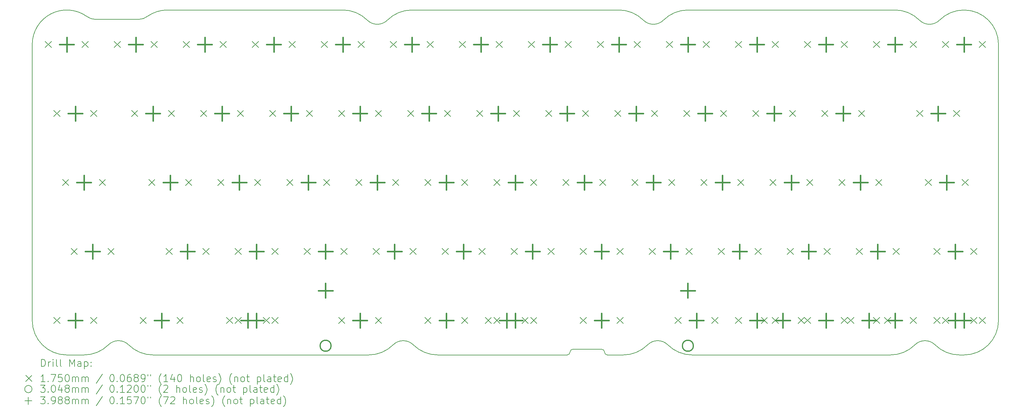
<source format=gbr>
%FSLAX45Y45*%
G04 Gerber Fmt 4.5, Leading zero omitted, Abs format (unit mm)*
G04 Created by KiCad (PCBNEW (6.0.5)) date 2022-07-14 23:35:50*
%MOMM*%
%LPD*%
G01*
G04 APERTURE LIST*
%TA.AperFunction,Profile*%
%ADD10C,0.150000*%
%TD*%
%ADD11C,0.200000*%
%ADD12C,0.175000*%
%ADD13C,0.304800*%
%ADD14C,0.398780*%
G04 APERTURE END LIST*
D10*
X17303750Y-13652500D02*
G75*
G03*
X17383125Y-13731875I79375J0D01*
G01*
X17303750Y-13652500D02*
G75*
G03*
X17224375Y-13573125I-79375J0D01*
G01*
X16271875Y-13731875D02*
G75*
G03*
X16351250Y-13652500I0J79375D01*
G01*
X16430625Y-13573125D02*
G75*
G03*
X16351250Y-13652500I0J-79375D01*
G01*
X17819688Y-13731875D02*
G75*
G03*
X18493207Y-13452894I0J952500D01*
G01*
X19051168Y-13452894D02*
G75*
G03*
X19724688Y-13731875I673519J673519D01*
G01*
X19051168Y-13452894D02*
G75*
G03*
X18772188Y-13337337I-278981J-278981D01*
G01*
X18772188Y-13337337D02*
G75*
G03*
X18493207Y-13452894I0J-394538D01*
G01*
X25196800Y-13731875D02*
G75*
G03*
X25870319Y-13452894I0J952500D01*
G01*
X26428281Y-13452894D02*
G75*
G03*
X27101800Y-13731875I673519J673519D01*
G01*
X26428281Y-13452894D02*
G75*
G03*
X26149300Y-13337337I-278981J-278981D01*
G01*
X26149300Y-13337337D02*
G75*
G03*
X25870319Y-13452894I0J-394538D01*
G01*
X18374144Y-4485856D02*
G75*
G03*
X18653125Y-4601413I278981J278981D01*
G01*
X18374144Y-4485856D02*
G75*
G03*
X17700625Y-4206875I-673519J-673519D01*
G01*
X18653125Y-4601413D02*
G75*
G03*
X18932106Y-4485856I0J394538D01*
G01*
X19605625Y-4206875D02*
G75*
G03*
X18932106Y-4485856I0J-952500D01*
G01*
X11985625Y-4206875D02*
G75*
G03*
X11312106Y-4485856I0J-952500D01*
G01*
X10754144Y-4485856D02*
G75*
G03*
X10080625Y-4206875I-673519J-673519D01*
G01*
X10754144Y-4485856D02*
G75*
G03*
X11033125Y-4601413I278981J278981D01*
G01*
X11033125Y-4601413D02*
G75*
G03*
X11312106Y-4485856I0J394538D01*
G01*
X28178125Y-5159375D02*
G75*
G03*
X27225625Y-4206875I-952500J0D01*
G01*
X27225625Y-4206875D02*
G75*
G03*
X26552106Y-4485856I0J-952500D01*
G01*
X25994144Y-4485856D02*
G75*
G03*
X25320625Y-4206875I-673519J-673519D01*
G01*
X25994144Y-4485856D02*
G75*
G03*
X26273125Y-4601413I278981J278981D01*
G01*
X26273125Y-4601413D02*
G75*
G03*
X26552106Y-4485856I0J394538D01*
G01*
X10795000Y-13731875D02*
G75*
G03*
X11468519Y-13452894I0J952500D01*
G01*
X12026481Y-13452894D02*
G75*
G03*
X12700000Y-13731875I673519J673519D01*
G01*
X12026481Y-13452894D02*
G75*
G03*
X11747500Y-13337337I-278981J-278981D01*
G01*
X11747500Y-13337337D02*
G75*
G03*
X11468519Y-13452894I0J-394538D01*
G01*
X4168356Y-13452894D02*
G75*
G03*
X4841875Y-13731875I673519J673519D01*
G01*
X4168356Y-13452894D02*
G75*
G03*
X3889375Y-13337337I-278981J-278981D01*
G01*
X3889375Y-13337337D02*
G75*
G03*
X3610394Y-13452894I0J-394538D01*
G01*
X2936875Y-13731875D02*
G75*
G03*
X3610394Y-13452894I0J952500D01*
G01*
X2460625Y-13731875D02*
X2936875Y-13731875D01*
X4841875Y-13731875D02*
X10795000Y-13731875D01*
X3006848Y-4379057D02*
G75*
G03*
X1508125Y-5159375I-546257J-780252D01*
G01*
X4444619Y-4466050D02*
X3254774Y-4466024D01*
X25320625Y-4206875D02*
X19605625Y-4206875D01*
X16430625Y-13573125D02*
X17224375Y-13573125D01*
X10080625Y-4206875D02*
X5238750Y-4206875D01*
X17383125Y-13731875D02*
X17819688Y-13731875D01*
X1508125Y-12779375D02*
X1508125Y-5159375D01*
X27101800Y-13731875D02*
X27225625Y-13731875D01*
X5238750Y-4206875D02*
G75*
G03*
X4692545Y-4379083I-12J-952287D01*
G01*
X28178125Y-12779375D02*
X28178125Y-5159375D01*
X27225625Y-13731875D02*
G75*
G03*
X28178125Y-12779375I0J952500D01*
G01*
X4444619Y-4466050D02*
G75*
G03*
X4692545Y-4379083I137J396485D01*
G01*
X17700625Y-4206875D02*
X11985625Y-4206875D01*
X19724688Y-13731875D02*
X25196800Y-13731875D01*
X1508125Y-12779375D02*
G75*
G03*
X2460625Y-13731875I952500J0D01*
G01*
X3006848Y-4379057D02*
G75*
G03*
X3254774Y-4466024I247782J309497D01*
G01*
X12700000Y-13731875D02*
X16271875Y-13731875D01*
D11*
D12*
X1865125Y-5071875D02*
X2040125Y-5246875D01*
X2040125Y-5071875D02*
X1865125Y-5246875D01*
X2103250Y-6976875D02*
X2278250Y-7151875D01*
X2278250Y-6976875D02*
X2103250Y-7151875D01*
X2103250Y-12691875D02*
X2278250Y-12866875D01*
X2278250Y-12691875D02*
X2103250Y-12866875D01*
X2341375Y-8881875D02*
X2516375Y-9056875D01*
X2516375Y-8881875D02*
X2341375Y-9056875D01*
X2579500Y-10786875D02*
X2754500Y-10961875D01*
X2754500Y-10786875D02*
X2579500Y-10961875D01*
X2881125Y-5071875D02*
X3056125Y-5246875D01*
X3056125Y-5071875D02*
X2881125Y-5246875D01*
X3119250Y-6976875D02*
X3294250Y-7151875D01*
X3294250Y-6976875D02*
X3119250Y-7151875D01*
X3119250Y-12691875D02*
X3294250Y-12866875D01*
X3294250Y-12691875D02*
X3119250Y-12866875D01*
X3357375Y-8881875D02*
X3532375Y-9056875D01*
X3532375Y-8881875D02*
X3357375Y-9056875D01*
X3595500Y-10786875D02*
X3770500Y-10961875D01*
X3770500Y-10786875D02*
X3595500Y-10961875D01*
X3770125Y-5071875D02*
X3945125Y-5246875D01*
X3945125Y-5071875D02*
X3770125Y-5246875D01*
X4246375Y-6976875D02*
X4421375Y-7151875D01*
X4421375Y-6976875D02*
X4246375Y-7151875D01*
X4484500Y-12691875D02*
X4659500Y-12866875D01*
X4659500Y-12691875D02*
X4484500Y-12866875D01*
X4722625Y-8881875D02*
X4897625Y-9056875D01*
X4897625Y-8881875D02*
X4722625Y-9056875D01*
X4786125Y-5071875D02*
X4961125Y-5246875D01*
X4961125Y-5071875D02*
X4786125Y-5246875D01*
X5198875Y-10786875D02*
X5373875Y-10961875D01*
X5373875Y-10786875D02*
X5198875Y-10961875D01*
X5262375Y-6976875D02*
X5437375Y-7151875D01*
X5437375Y-6976875D02*
X5262375Y-7151875D01*
X5500500Y-12691875D02*
X5675500Y-12866875D01*
X5675500Y-12691875D02*
X5500500Y-12866875D01*
X5675125Y-5071875D02*
X5850125Y-5246875D01*
X5850125Y-5071875D02*
X5675125Y-5246875D01*
X5738625Y-8881875D02*
X5913625Y-9056875D01*
X5913625Y-8881875D02*
X5738625Y-9056875D01*
X6151375Y-6976875D02*
X6326375Y-7151875D01*
X6326375Y-6976875D02*
X6151375Y-7151875D01*
X6214875Y-10786875D02*
X6389875Y-10961875D01*
X6389875Y-10786875D02*
X6214875Y-10961875D01*
X6627625Y-8881875D02*
X6802625Y-9056875D01*
X6802625Y-8881875D02*
X6627625Y-9056875D01*
X6691125Y-5071875D02*
X6866125Y-5246875D01*
X6866125Y-5071875D02*
X6691125Y-5246875D01*
X6865690Y-12691815D02*
X7040690Y-12866815D01*
X7040690Y-12691815D02*
X6865690Y-12866815D01*
X7103875Y-10786875D02*
X7278875Y-10961875D01*
X7278875Y-10786875D02*
X7103875Y-10961875D01*
X7103875Y-12691875D02*
X7278875Y-12866875D01*
X7278875Y-12691875D02*
X7103875Y-12866875D01*
X7167375Y-6976875D02*
X7342375Y-7151875D01*
X7342375Y-6976875D02*
X7167375Y-7151875D01*
X7580125Y-5071875D02*
X7755125Y-5246875D01*
X7755125Y-5071875D02*
X7580125Y-5246875D01*
X7643625Y-8881875D02*
X7818625Y-9056875D01*
X7818625Y-8881875D02*
X7643625Y-9056875D01*
X7881690Y-12691815D02*
X8056690Y-12866815D01*
X8056690Y-12691815D02*
X7881690Y-12866815D01*
X8056375Y-6976875D02*
X8231375Y-7151875D01*
X8231375Y-6976875D02*
X8056375Y-7151875D01*
X8119875Y-10786875D02*
X8294875Y-10961875D01*
X8294875Y-10786875D02*
X8119875Y-10961875D01*
X8119875Y-12691875D02*
X8294875Y-12866875D01*
X8294875Y-12691875D02*
X8119875Y-12866875D01*
X8532625Y-8881875D02*
X8707625Y-9056875D01*
X8707625Y-8881875D02*
X8532625Y-9056875D01*
X8596125Y-5071875D02*
X8771125Y-5246875D01*
X8771125Y-5071875D02*
X8596125Y-5246875D01*
X9008875Y-10786875D02*
X9183875Y-10961875D01*
X9183875Y-10786875D02*
X9008875Y-10961875D01*
X9072375Y-6976875D02*
X9247375Y-7151875D01*
X9247375Y-6976875D02*
X9072375Y-7151875D01*
X9485125Y-5071875D02*
X9660125Y-5246875D01*
X9660125Y-5071875D02*
X9485125Y-5246875D01*
X9548625Y-8881875D02*
X9723625Y-9056875D01*
X9723625Y-8881875D02*
X9548625Y-9056875D01*
X9961375Y-6976875D02*
X10136375Y-7151875D01*
X10136375Y-6976875D02*
X9961375Y-7151875D01*
X9961375Y-12691875D02*
X10136375Y-12866875D01*
X10136375Y-12691875D02*
X9961375Y-12866875D01*
X10024875Y-10786875D02*
X10199875Y-10961875D01*
X10199875Y-10786875D02*
X10024875Y-10961875D01*
X10437625Y-8881875D02*
X10612625Y-9056875D01*
X10612625Y-8881875D02*
X10437625Y-9056875D01*
X10501125Y-5071875D02*
X10676125Y-5246875D01*
X10676125Y-5071875D02*
X10501125Y-5246875D01*
X10913875Y-10786875D02*
X11088875Y-10961875D01*
X11088875Y-10786875D02*
X10913875Y-10961875D01*
X10977375Y-6976875D02*
X11152375Y-7151875D01*
X11152375Y-6976875D02*
X10977375Y-7151875D01*
X10977375Y-12691875D02*
X11152375Y-12866875D01*
X11152375Y-12691875D02*
X10977375Y-12866875D01*
X11390125Y-5071875D02*
X11565125Y-5246875D01*
X11565125Y-5071875D02*
X11390125Y-5246875D01*
X11453625Y-8881875D02*
X11628625Y-9056875D01*
X11628625Y-8881875D02*
X11453625Y-9056875D01*
X11866375Y-6976875D02*
X12041375Y-7151875D01*
X12041375Y-6976875D02*
X11866375Y-7151875D01*
X11929875Y-10786875D02*
X12104875Y-10961875D01*
X12104875Y-10786875D02*
X11929875Y-10961875D01*
X12342625Y-8881875D02*
X12517625Y-9056875D01*
X12517625Y-8881875D02*
X12342625Y-9056875D01*
X12342625Y-12691875D02*
X12517625Y-12866875D01*
X12517625Y-12691875D02*
X12342625Y-12866875D01*
X12406125Y-5071875D02*
X12581125Y-5246875D01*
X12581125Y-5071875D02*
X12406125Y-5246875D01*
X12818875Y-10786875D02*
X12993875Y-10961875D01*
X12993875Y-10786875D02*
X12818875Y-10961875D01*
X12882375Y-6976875D02*
X13057375Y-7151875D01*
X13057375Y-6976875D02*
X12882375Y-7151875D01*
X13295125Y-5071875D02*
X13470125Y-5246875D01*
X13470125Y-5071875D02*
X13295125Y-5246875D01*
X13358625Y-8881875D02*
X13533625Y-9056875D01*
X13533625Y-8881875D02*
X13358625Y-9056875D01*
X13358625Y-12691875D02*
X13533625Y-12866875D01*
X13533625Y-12691875D02*
X13358625Y-12866875D01*
X13771375Y-6976875D02*
X13946375Y-7151875D01*
X13946375Y-6976875D02*
X13771375Y-7151875D01*
X13834875Y-10786875D02*
X14009875Y-10961875D01*
X14009875Y-10786875D02*
X13834875Y-10961875D01*
X14009140Y-12691815D02*
X14184140Y-12866815D01*
X14184140Y-12691815D02*
X14009140Y-12866815D01*
X14247625Y-8881875D02*
X14422625Y-9056875D01*
X14422625Y-8881875D02*
X14247625Y-9056875D01*
X14247625Y-12691875D02*
X14422625Y-12866875D01*
X14422625Y-12691875D02*
X14247625Y-12866875D01*
X14311125Y-5071875D02*
X14486125Y-5246875D01*
X14486125Y-5071875D02*
X14311125Y-5246875D01*
X14723875Y-10786875D02*
X14898875Y-10961875D01*
X14898875Y-10786875D02*
X14723875Y-10961875D01*
X14787375Y-6976875D02*
X14962375Y-7151875D01*
X14962375Y-6976875D02*
X14787375Y-7151875D01*
X15025140Y-12691815D02*
X15200140Y-12866815D01*
X15200140Y-12691815D02*
X15025140Y-12866815D01*
X15200125Y-5071875D02*
X15375125Y-5246875D01*
X15375125Y-5071875D02*
X15200125Y-5246875D01*
X15263625Y-8881875D02*
X15438625Y-9056875D01*
X15438625Y-8881875D02*
X15263625Y-9056875D01*
X15263625Y-12691875D02*
X15438625Y-12866875D01*
X15438625Y-12691875D02*
X15263625Y-12866875D01*
X15676375Y-6976875D02*
X15851375Y-7151875D01*
X15851375Y-6976875D02*
X15676375Y-7151875D01*
X15739875Y-10786875D02*
X15914875Y-10961875D01*
X15914875Y-10786875D02*
X15739875Y-10961875D01*
X16152625Y-8881875D02*
X16327625Y-9056875D01*
X16327625Y-8881875D02*
X16152625Y-9056875D01*
X16216125Y-5071875D02*
X16391125Y-5246875D01*
X16391125Y-5071875D02*
X16216125Y-5246875D01*
X16628875Y-10786875D02*
X16803875Y-10961875D01*
X16803875Y-10786875D02*
X16628875Y-10961875D01*
X16628875Y-12691875D02*
X16803875Y-12866875D01*
X16803875Y-12691875D02*
X16628875Y-12866875D01*
X16692375Y-6976875D02*
X16867375Y-7151875D01*
X16867375Y-6976875D02*
X16692375Y-7151875D01*
X17105125Y-5071875D02*
X17280125Y-5246875D01*
X17280125Y-5071875D02*
X17105125Y-5246875D01*
X17168625Y-8881875D02*
X17343625Y-9056875D01*
X17343625Y-8881875D02*
X17168625Y-9056875D01*
X17581375Y-6976875D02*
X17756375Y-7151875D01*
X17756375Y-6976875D02*
X17581375Y-7151875D01*
X17644875Y-10786875D02*
X17819875Y-10961875D01*
X17819875Y-10786875D02*
X17644875Y-10961875D01*
X17644875Y-12691875D02*
X17819875Y-12866875D01*
X17819875Y-12691875D02*
X17644875Y-12866875D01*
X18057625Y-8881875D02*
X18232625Y-9056875D01*
X18232625Y-8881875D02*
X18057625Y-9056875D01*
X18121125Y-5071875D02*
X18296125Y-5246875D01*
X18296125Y-5071875D02*
X18121125Y-5246875D01*
X18533875Y-10786875D02*
X18708875Y-10961875D01*
X18708875Y-10786875D02*
X18533875Y-10961875D01*
X18597375Y-6976875D02*
X18772375Y-7151875D01*
X18772375Y-6976875D02*
X18597375Y-7151875D01*
X19010125Y-5071875D02*
X19185125Y-5246875D01*
X19185125Y-5071875D02*
X19010125Y-5246875D01*
X19073625Y-8881875D02*
X19248625Y-9056875D01*
X19248625Y-8881875D02*
X19073625Y-9056875D01*
X19248250Y-12691875D02*
X19423250Y-12866875D01*
X19423250Y-12691875D02*
X19248250Y-12866875D01*
X19486375Y-6976875D02*
X19661375Y-7151875D01*
X19661375Y-6976875D02*
X19486375Y-7151875D01*
X19549875Y-10786875D02*
X19724875Y-10961875D01*
X19724875Y-10786875D02*
X19549875Y-10961875D01*
X19962625Y-8881875D02*
X20137625Y-9056875D01*
X20137625Y-8881875D02*
X19962625Y-9056875D01*
X20026125Y-5071875D02*
X20201125Y-5246875D01*
X20201125Y-5071875D02*
X20026125Y-5246875D01*
X20264250Y-12691875D02*
X20439250Y-12866875D01*
X20439250Y-12691875D02*
X20264250Y-12866875D01*
X20438875Y-10786875D02*
X20613875Y-10961875D01*
X20613875Y-10786875D02*
X20438875Y-10961875D01*
X20502375Y-6976875D02*
X20677375Y-7151875D01*
X20677375Y-6976875D02*
X20502375Y-7151875D01*
X20914960Y-12691815D02*
X21089960Y-12866815D01*
X21089960Y-12691815D02*
X20914960Y-12866815D01*
X20915125Y-5071875D02*
X21090125Y-5246875D01*
X21090125Y-5071875D02*
X20915125Y-5246875D01*
X20978625Y-8881875D02*
X21153625Y-9056875D01*
X21153625Y-8881875D02*
X20978625Y-9056875D01*
X21391375Y-6976875D02*
X21566375Y-7151875D01*
X21566375Y-6976875D02*
X21391375Y-7151875D01*
X21454875Y-10786875D02*
X21629875Y-10961875D01*
X21629875Y-10786875D02*
X21454875Y-10961875D01*
X21629500Y-12691875D02*
X21804500Y-12866875D01*
X21804500Y-12691875D02*
X21629500Y-12866875D01*
X21867625Y-8881875D02*
X22042625Y-9056875D01*
X22042625Y-8881875D02*
X21867625Y-9056875D01*
X21930960Y-12691815D02*
X22105960Y-12866815D01*
X22105960Y-12691815D02*
X21930960Y-12866815D01*
X21931125Y-5071875D02*
X22106125Y-5246875D01*
X22106125Y-5071875D02*
X21931125Y-5246875D01*
X22343875Y-10786875D02*
X22518875Y-10961875D01*
X22518875Y-10786875D02*
X22343875Y-10961875D01*
X22407375Y-6976875D02*
X22582375Y-7151875D01*
X22582375Y-6976875D02*
X22407375Y-7151875D01*
X22645500Y-12691875D02*
X22820500Y-12866875D01*
X22820500Y-12691875D02*
X22645500Y-12866875D01*
X22819990Y-12691815D02*
X22994990Y-12866815D01*
X22994990Y-12691815D02*
X22819990Y-12866815D01*
X22820125Y-5071875D02*
X22995125Y-5246875D01*
X22995125Y-5071875D02*
X22820125Y-5246875D01*
X22883625Y-8881875D02*
X23058625Y-9056875D01*
X23058625Y-8881875D02*
X22883625Y-9056875D01*
X23296375Y-6976875D02*
X23471375Y-7151875D01*
X23471375Y-6976875D02*
X23296375Y-7151875D01*
X23359875Y-10786875D02*
X23534875Y-10961875D01*
X23534875Y-10786875D02*
X23359875Y-10961875D01*
X23772625Y-8881875D02*
X23947625Y-9056875D01*
X23947625Y-8881875D02*
X23772625Y-9056875D01*
X23835990Y-12691815D02*
X24010990Y-12866815D01*
X24010990Y-12691815D02*
X23835990Y-12866815D01*
X23836125Y-5071875D02*
X24011125Y-5246875D01*
X24011125Y-5071875D02*
X23836125Y-5246875D01*
X24010750Y-12691875D02*
X24185750Y-12866875D01*
X24185750Y-12691875D02*
X24010750Y-12866875D01*
X24248875Y-10786875D02*
X24423875Y-10961875D01*
X24423875Y-10786875D02*
X24248875Y-10961875D01*
X24312375Y-6976875D02*
X24487375Y-7151875D01*
X24487375Y-6976875D02*
X24312375Y-7151875D01*
X24725020Y-12691875D02*
X24900020Y-12866875D01*
X24900020Y-12691875D02*
X24725020Y-12866875D01*
X24725125Y-5071875D02*
X24900125Y-5246875D01*
X24900125Y-5071875D02*
X24725125Y-5246875D01*
X24788625Y-8881875D02*
X24963625Y-9056875D01*
X24963625Y-8881875D02*
X24788625Y-9056875D01*
X25026750Y-12691875D02*
X25201750Y-12866875D01*
X25201750Y-12691875D02*
X25026750Y-12866875D01*
X25264875Y-10786875D02*
X25439875Y-10961875D01*
X25439875Y-10786875D02*
X25264875Y-10961875D01*
X25741020Y-12691875D02*
X25916020Y-12866875D01*
X25916020Y-12691875D02*
X25741020Y-12866875D01*
X25741125Y-5071875D02*
X25916125Y-5246875D01*
X25916125Y-5071875D02*
X25741125Y-5246875D01*
X25915750Y-6976875D02*
X26090750Y-7151875D01*
X26090750Y-6976875D02*
X25915750Y-7151875D01*
X26153875Y-8881875D02*
X26328875Y-9056875D01*
X26328875Y-8881875D02*
X26153875Y-9056875D01*
X26392000Y-10786875D02*
X26567000Y-10961875D01*
X26567000Y-10786875D02*
X26392000Y-10961875D01*
X26392000Y-12691875D02*
X26567000Y-12866875D01*
X26567000Y-12691875D02*
X26392000Y-12866875D01*
X26630125Y-5071875D02*
X26805125Y-5246875D01*
X26805125Y-5071875D02*
X26630125Y-5246875D01*
X26630125Y-12691875D02*
X26805125Y-12866875D01*
X26805125Y-12691875D02*
X26630125Y-12866875D01*
X26931750Y-6976875D02*
X27106750Y-7151875D01*
X27106750Y-6976875D02*
X26931750Y-7151875D01*
X27169875Y-8881875D02*
X27344875Y-9056875D01*
X27344875Y-8881875D02*
X27169875Y-9056875D01*
X27408000Y-10786875D02*
X27583000Y-10961875D01*
X27583000Y-10786875D02*
X27408000Y-10961875D01*
X27408000Y-12691875D02*
X27583000Y-12866875D01*
X27583000Y-12691875D02*
X27408000Y-12866875D01*
X27646125Y-5071875D02*
X27821125Y-5246875D01*
X27821125Y-5071875D02*
X27646125Y-5246875D01*
X27646125Y-12691875D02*
X27821125Y-12866875D01*
X27821125Y-12691875D02*
X27646125Y-12866875D01*
D13*
X9757050Y-13477815D02*
G75*
G03*
X9757050Y-13477815I-152400J0D01*
G01*
X19757030Y-13477815D02*
G75*
G03*
X19757030Y-13477815I-152400J0D01*
G01*
D14*
X2460625Y-4959985D02*
X2460625Y-5358765D01*
X2261235Y-5159375D02*
X2660015Y-5159375D01*
X2698750Y-6864985D02*
X2698750Y-7263765D01*
X2499360Y-7064375D02*
X2898140Y-7064375D01*
X2698750Y-12579985D02*
X2698750Y-12978765D01*
X2499360Y-12779375D02*
X2898140Y-12779375D01*
X2936875Y-8769985D02*
X2936875Y-9168765D01*
X2737485Y-8969375D02*
X3136265Y-8969375D01*
X3175000Y-10674985D02*
X3175000Y-11073765D01*
X2975610Y-10874375D02*
X3374390Y-10874375D01*
X4365625Y-4959985D02*
X4365625Y-5358765D01*
X4166235Y-5159375D02*
X4565015Y-5159375D01*
X4841875Y-6864985D02*
X4841875Y-7263765D01*
X4642485Y-7064375D02*
X5041265Y-7064375D01*
X5080000Y-12579985D02*
X5080000Y-12978765D01*
X4880610Y-12779375D02*
X5279390Y-12779375D01*
X5318125Y-8769985D02*
X5318125Y-9168765D01*
X5118735Y-8969375D02*
X5517515Y-8969375D01*
X5794375Y-10674985D02*
X5794375Y-11073765D01*
X5594985Y-10874375D02*
X5993765Y-10874375D01*
X6270625Y-4959985D02*
X6270625Y-5358765D01*
X6071235Y-5159375D02*
X6470015Y-5159375D01*
X6746875Y-6864985D02*
X6746875Y-7263765D01*
X6547485Y-7064375D02*
X6946265Y-7064375D01*
X7223125Y-8769985D02*
X7223125Y-9168765D01*
X7023735Y-8969375D02*
X7422515Y-8969375D01*
X7461190Y-12579925D02*
X7461190Y-12978705D01*
X7261800Y-12779315D02*
X7660580Y-12779315D01*
X7699375Y-10674985D02*
X7699375Y-11073765D01*
X7499985Y-10874375D02*
X7898765Y-10874375D01*
X7699375Y-12579985D02*
X7699375Y-12978765D01*
X7499985Y-12779375D02*
X7898765Y-12779375D01*
X8175625Y-4959985D02*
X8175625Y-5358765D01*
X7976235Y-5159375D02*
X8375015Y-5159375D01*
X8651875Y-6864985D02*
X8651875Y-7263765D01*
X8452485Y-7064375D02*
X8851265Y-7064375D01*
X9128125Y-8769985D02*
X9128125Y-9168765D01*
X8928735Y-8969375D02*
X9327515Y-8969375D01*
X9604375Y-10674985D02*
X9604375Y-11073765D01*
X9404985Y-10874375D02*
X9803765Y-10874375D01*
X9604650Y-11754425D02*
X9604650Y-12153205D01*
X9405260Y-11953815D02*
X9804040Y-11953815D01*
X10080625Y-4959985D02*
X10080625Y-5358765D01*
X9881235Y-5159375D02*
X10280015Y-5159375D01*
X10556875Y-6864985D02*
X10556875Y-7263765D01*
X10357485Y-7064375D02*
X10756265Y-7064375D01*
X10556875Y-12579985D02*
X10556875Y-12978765D01*
X10357485Y-12779375D02*
X10756265Y-12779375D01*
X11033125Y-8769985D02*
X11033125Y-9168765D01*
X10833735Y-8969375D02*
X11232515Y-8969375D01*
X11509375Y-10674985D02*
X11509375Y-11073765D01*
X11309985Y-10874375D02*
X11708765Y-10874375D01*
X11985625Y-4959985D02*
X11985625Y-5358765D01*
X11786235Y-5159375D02*
X12185015Y-5159375D01*
X12461875Y-6864985D02*
X12461875Y-7263765D01*
X12262485Y-7064375D02*
X12661265Y-7064375D01*
X12938125Y-8769985D02*
X12938125Y-9168765D01*
X12738735Y-8969375D02*
X13137515Y-8969375D01*
X12938125Y-12579985D02*
X12938125Y-12978765D01*
X12738735Y-12779375D02*
X13137515Y-12779375D01*
X13414375Y-10674985D02*
X13414375Y-11073765D01*
X13214985Y-10874375D02*
X13613765Y-10874375D01*
X13890625Y-4959985D02*
X13890625Y-5358765D01*
X13691235Y-5159375D02*
X14090015Y-5159375D01*
X14366875Y-6864985D02*
X14366875Y-7263765D01*
X14167485Y-7064375D02*
X14566265Y-7064375D01*
X14604640Y-12579925D02*
X14604640Y-12978705D01*
X14405250Y-12779315D02*
X14804030Y-12779315D01*
X14843125Y-8769985D02*
X14843125Y-9168765D01*
X14643735Y-8969375D02*
X15042515Y-8969375D01*
X14843125Y-12579985D02*
X14843125Y-12978765D01*
X14643735Y-12779375D02*
X15042515Y-12779375D01*
X15319375Y-10674985D02*
X15319375Y-11073765D01*
X15119985Y-10874375D02*
X15518765Y-10874375D01*
X15795625Y-4959985D02*
X15795625Y-5358765D01*
X15596235Y-5159375D02*
X15995015Y-5159375D01*
X16271875Y-6864985D02*
X16271875Y-7263765D01*
X16072485Y-7064375D02*
X16471265Y-7064375D01*
X16748125Y-8769985D02*
X16748125Y-9168765D01*
X16548735Y-8969375D02*
X16947515Y-8969375D01*
X17224375Y-10674985D02*
X17224375Y-11073765D01*
X17024985Y-10874375D02*
X17423765Y-10874375D01*
X17224375Y-12579985D02*
X17224375Y-12978765D01*
X17024985Y-12779375D02*
X17423765Y-12779375D01*
X17700625Y-4959985D02*
X17700625Y-5358765D01*
X17501235Y-5159375D02*
X17900015Y-5159375D01*
X18176875Y-6864985D02*
X18176875Y-7263765D01*
X17977485Y-7064375D02*
X18376265Y-7064375D01*
X18653125Y-8769985D02*
X18653125Y-9168765D01*
X18453735Y-8969375D02*
X18852515Y-8969375D01*
X19129375Y-10674985D02*
X19129375Y-11073765D01*
X18929985Y-10874375D02*
X19328765Y-10874375D01*
X19604630Y-11754425D02*
X19604630Y-12153205D01*
X19405240Y-11953815D02*
X19804020Y-11953815D01*
X19605625Y-4959985D02*
X19605625Y-5358765D01*
X19406235Y-5159375D02*
X19805015Y-5159375D01*
X19843750Y-12579985D02*
X19843750Y-12978765D01*
X19644360Y-12779375D02*
X20043140Y-12779375D01*
X20081875Y-6864985D02*
X20081875Y-7263765D01*
X19882485Y-7064375D02*
X20281265Y-7064375D01*
X20558125Y-8769985D02*
X20558125Y-9168765D01*
X20358735Y-8969375D02*
X20757515Y-8969375D01*
X21034375Y-10674985D02*
X21034375Y-11073765D01*
X20834985Y-10874375D02*
X21233765Y-10874375D01*
X21510460Y-12579925D02*
X21510460Y-12978705D01*
X21311070Y-12779315D02*
X21709850Y-12779315D01*
X21510625Y-4959985D02*
X21510625Y-5358765D01*
X21311235Y-5159375D02*
X21710015Y-5159375D01*
X21986875Y-6864985D02*
X21986875Y-7263765D01*
X21787485Y-7064375D02*
X22186265Y-7064375D01*
X22225000Y-12579985D02*
X22225000Y-12978765D01*
X22025610Y-12779375D02*
X22424390Y-12779375D01*
X22463125Y-8769985D02*
X22463125Y-9168765D01*
X22263735Y-8969375D02*
X22662515Y-8969375D01*
X22939375Y-10674985D02*
X22939375Y-11073765D01*
X22739985Y-10874375D02*
X23138765Y-10874375D01*
X23415490Y-12579925D02*
X23415490Y-12978705D01*
X23216100Y-12779315D02*
X23614880Y-12779315D01*
X23415625Y-4959985D02*
X23415625Y-5358765D01*
X23216235Y-5159375D02*
X23615015Y-5159375D01*
X23891875Y-6864985D02*
X23891875Y-7263765D01*
X23692485Y-7064375D02*
X24091265Y-7064375D01*
X24368125Y-8769985D02*
X24368125Y-9168765D01*
X24168735Y-8969375D02*
X24567515Y-8969375D01*
X24606250Y-12579985D02*
X24606250Y-12978765D01*
X24406860Y-12779375D02*
X24805640Y-12779375D01*
X24844375Y-10674985D02*
X24844375Y-11073765D01*
X24644985Y-10874375D02*
X25043765Y-10874375D01*
X25320520Y-12579985D02*
X25320520Y-12978765D01*
X25121130Y-12779375D02*
X25519910Y-12779375D01*
X25320625Y-4959985D02*
X25320625Y-5358765D01*
X25121235Y-5159375D02*
X25520015Y-5159375D01*
X26511250Y-6864985D02*
X26511250Y-7263765D01*
X26311860Y-7064375D02*
X26710640Y-7064375D01*
X26749375Y-8769985D02*
X26749375Y-9168765D01*
X26549985Y-8969375D02*
X26948765Y-8969375D01*
X26987500Y-10674985D02*
X26987500Y-11073765D01*
X26788110Y-10874375D02*
X27186890Y-10874375D01*
X26987500Y-12579985D02*
X26987500Y-12978765D01*
X26788110Y-12779375D02*
X27186890Y-12779375D01*
X27225625Y-4959985D02*
X27225625Y-5358765D01*
X27026235Y-5159375D02*
X27425015Y-5159375D01*
X27225625Y-12579985D02*
X27225625Y-12978765D01*
X27026235Y-12779375D02*
X27425015Y-12779375D01*
D11*
X1758244Y-14049851D02*
X1758244Y-13849851D01*
X1805863Y-13849851D01*
X1834434Y-13859375D01*
X1853482Y-13878423D01*
X1863006Y-13897470D01*
X1872530Y-13935565D01*
X1872530Y-13964137D01*
X1863006Y-14002232D01*
X1853482Y-14021280D01*
X1834434Y-14040327D01*
X1805863Y-14049851D01*
X1758244Y-14049851D01*
X1958244Y-14049851D02*
X1958244Y-13916518D01*
X1958244Y-13954613D02*
X1967768Y-13935565D01*
X1977292Y-13926042D01*
X1996339Y-13916518D01*
X2015387Y-13916518D01*
X2082053Y-14049851D02*
X2082053Y-13916518D01*
X2082053Y-13849851D02*
X2072530Y-13859375D01*
X2082053Y-13868899D01*
X2091577Y-13859375D01*
X2082053Y-13849851D01*
X2082053Y-13868899D01*
X2205863Y-14049851D02*
X2186815Y-14040327D01*
X2177292Y-14021280D01*
X2177292Y-13849851D01*
X2310625Y-14049851D02*
X2291577Y-14040327D01*
X2282054Y-14021280D01*
X2282054Y-13849851D01*
X2539196Y-14049851D02*
X2539196Y-13849851D01*
X2605863Y-13992708D01*
X2672530Y-13849851D01*
X2672530Y-14049851D01*
X2853482Y-14049851D02*
X2853482Y-13945089D01*
X2843958Y-13926042D01*
X2824911Y-13916518D01*
X2786815Y-13916518D01*
X2767768Y-13926042D01*
X2853482Y-14040327D02*
X2834434Y-14049851D01*
X2786815Y-14049851D01*
X2767768Y-14040327D01*
X2758244Y-14021280D01*
X2758244Y-14002232D01*
X2767768Y-13983184D01*
X2786815Y-13973661D01*
X2834434Y-13973661D01*
X2853482Y-13964137D01*
X2948720Y-13916518D02*
X2948720Y-14116518D01*
X2948720Y-13926042D02*
X2967768Y-13916518D01*
X3005863Y-13916518D01*
X3024911Y-13926042D01*
X3034434Y-13935565D01*
X3043958Y-13954613D01*
X3043958Y-14011756D01*
X3034434Y-14030803D01*
X3024911Y-14040327D01*
X3005863Y-14049851D01*
X2967768Y-14049851D01*
X2948720Y-14040327D01*
X3129673Y-14030803D02*
X3139196Y-14040327D01*
X3129673Y-14049851D01*
X3120149Y-14040327D01*
X3129673Y-14030803D01*
X3129673Y-14049851D01*
X3129673Y-13926042D02*
X3139196Y-13935565D01*
X3129673Y-13945089D01*
X3120149Y-13935565D01*
X3129673Y-13926042D01*
X3129673Y-13945089D01*
D12*
X1325625Y-14291875D02*
X1500625Y-14466875D01*
X1500625Y-14291875D02*
X1325625Y-14466875D01*
D11*
X1863006Y-14469851D02*
X1748720Y-14469851D01*
X1805863Y-14469851D02*
X1805863Y-14269851D01*
X1786815Y-14298423D01*
X1767768Y-14317470D01*
X1748720Y-14326994D01*
X1948720Y-14450803D02*
X1958244Y-14460327D01*
X1948720Y-14469851D01*
X1939196Y-14460327D01*
X1948720Y-14450803D01*
X1948720Y-14469851D01*
X2024911Y-14269851D02*
X2158244Y-14269851D01*
X2072530Y-14469851D01*
X2329673Y-14269851D02*
X2234435Y-14269851D01*
X2224911Y-14365089D01*
X2234435Y-14355565D01*
X2253482Y-14346042D01*
X2301101Y-14346042D01*
X2320149Y-14355565D01*
X2329673Y-14365089D01*
X2339196Y-14384137D01*
X2339196Y-14431756D01*
X2329673Y-14450803D01*
X2320149Y-14460327D01*
X2301101Y-14469851D01*
X2253482Y-14469851D01*
X2234435Y-14460327D01*
X2224911Y-14450803D01*
X2463006Y-14269851D02*
X2482054Y-14269851D01*
X2501101Y-14279375D01*
X2510625Y-14288899D01*
X2520149Y-14307946D01*
X2529673Y-14346042D01*
X2529673Y-14393661D01*
X2520149Y-14431756D01*
X2510625Y-14450803D01*
X2501101Y-14460327D01*
X2482054Y-14469851D01*
X2463006Y-14469851D01*
X2443958Y-14460327D01*
X2434435Y-14450803D01*
X2424911Y-14431756D01*
X2415387Y-14393661D01*
X2415387Y-14346042D01*
X2424911Y-14307946D01*
X2434435Y-14288899D01*
X2443958Y-14279375D01*
X2463006Y-14269851D01*
X2615387Y-14469851D02*
X2615387Y-14336518D01*
X2615387Y-14355565D02*
X2624911Y-14346042D01*
X2643958Y-14336518D01*
X2672530Y-14336518D01*
X2691577Y-14346042D01*
X2701101Y-14365089D01*
X2701101Y-14469851D01*
X2701101Y-14365089D02*
X2710625Y-14346042D01*
X2729673Y-14336518D01*
X2758244Y-14336518D01*
X2777292Y-14346042D01*
X2786815Y-14365089D01*
X2786815Y-14469851D01*
X2882053Y-14469851D02*
X2882053Y-14336518D01*
X2882053Y-14355565D02*
X2891577Y-14346042D01*
X2910625Y-14336518D01*
X2939196Y-14336518D01*
X2958244Y-14346042D01*
X2967768Y-14365089D01*
X2967768Y-14469851D01*
X2967768Y-14365089D02*
X2977292Y-14346042D01*
X2996339Y-14336518D01*
X3024911Y-14336518D01*
X3043958Y-14346042D01*
X3053482Y-14365089D01*
X3053482Y-14469851D01*
X3443958Y-14260327D02*
X3272530Y-14517470D01*
X3701101Y-14269851D02*
X3720149Y-14269851D01*
X3739196Y-14279375D01*
X3748720Y-14288899D01*
X3758244Y-14307946D01*
X3767768Y-14346042D01*
X3767768Y-14393661D01*
X3758244Y-14431756D01*
X3748720Y-14450803D01*
X3739196Y-14460327D01*
X3720149Y-14469851D01*
X3701101Y-14469851D01*
X3682053Y-14460327D01*
X3672530Y-14450803D01*
X3663006Y-14431756D01*
X3653482Y-14393661D01*
X3653482Y-14346042D01*
X3663006Y-14307946D01*
X3672530Y-14288899D01*
X3682053Y-14279375D01*
X3701101Y-14269851D01*
X3853482Y-14450803D02*
X3863006Y-14460327D01*
X3853482Y-14469851D01*
X3843958Y-14460327D01*
X3853482Y-14450803D01*
X3853482Y-14469851D01*
X3986815Y-14269851D02*
X4005863Y-14269851D01*
X4024911Y-14279375D01*
X4034434Y-14288899D01*
X4043958Y-14307946D01*
X4053482Y-14346042D01*
X4053482Y-14393661D01*
X4043958Y-14431756D01*
X4034434Y-14450803D01*
X4024911Y-14460327D01*
X4005863Y-14469851D01*
X3986815Y-14469851D01*
X3967768Y-14460327D01*
X3958244Y-14450803D01*
X3948720Y-14431756D01*
X3939196Y-14393661D01*
X3939196Y-14346042D01*
X3948720Y-14307946D01*
X3958244Y-14288899D01*
X3967768Y-14279375D01*
X3986815Y-14269851D01*
X4224911Y-14269851D02*
X4186815Y-14269851D01*
X4167768Y-14279375D01*
X4158244Y-14288899D01*
X4139196Y-14317470D01*
X4129673Y-14355565D01*
X4129673Y-14431756D01*
X4139196Y-14450803D01*
X4148720Y-14460327D01*
X4167768Y-14469851D01*
X4205863Y-14469851D01*
X4224911Y-14460327D01*
X4234435Y-14450803D01*
X4243958Y-14431756D01*
X4243958Y-14384137D01*
X4234435Y-14365089D01*
X4224911Y-14355565D01*
X4205863Y-14346042D01*
X4167768Y-14346042D01*
X4148720Y-14355565D01*
X4139196Y-14365089D01*
X4129673Y-14384137D01*
X4358244Y-14355565D02*
X4339196Y-14346042D01*
X4329673Y-14336518D01*
X4320149Y-14317470D01*
X4320149Y-14307946D01*
X4329673Y-14288899D01*
X4339196Y-14279375D01*
X4358244Y-14269851D01*
X4396339Y-14269851D01*
X4415387Y-14279375D01*
X4424911Y-14288899D01*
X4434435Y-14307946D01*
X4434435Y-14317470D01*
X4424911Y-14336518D01*
X4415387Y-14346042D01*
X4396339Y-14355565D01*
X4358244Y-14355565D01*
X4339196Y-14365089D01*
X4329673Y-14374613D01*
X4320149Y-14393661D01*
X4320149Y-14431756D01*
X4329673Y-14450803D01*
X4339196Y-14460327D01*
X4358244Y-14469851D01*
X4396339Y-14469851D01*
X4415387Y-14460327D01*
X4424911Y-14450803D01*
X4434435Y-14431756D01*
X4434435Y-14393661D01*
X4424911Y-14374613D01*
X4415387Y-14365089D01*
X4396339Y-14355565D01*
X4529673Y-14469851D02*
X4567768Y-14469851D01*
X4586815Y-14460327D01*
X4596339Y-14450803D01*
X4615387Y-14422232D01*
X4624911Y-14384137D01*
X4624911Y-14307946D01*
X4615387Y-14288899D01*
X4605863Y-14279375D01*
X4586815Y-14269851D01*
X4548720Y-14269851D01*
X4529673Y-14279375D01*
X4520149Y-14288899D01*
X4510625Y-14307946D01*
X4510625Y-14355565D01*
X4520149Y-14374613D01*
X4529673Y-14384137D01*
X4548720Y-14393661D01*
X4586815Y-14393661D01*
X4605863Y-14384137D01*
X4615387Y-14374613D01*
X4624911Y-14355565D01*
X4701101Y-14269851D02*
X4701101Y-14307946D01*
X4777292Y-14269851D02*
X4777292Y-14307946D01*
X5072530Y-14546042D02*
X5063006Y-14536518D01*
X5043958Y-14507946D01*
X5034435Y-14488899D01*
X5024911Y-14460327D01*
X5015387Y-14412708D01*
X5015387Y-14374613D01*
X5024911Y-14326994D01*
X5034435Y-14298423D01*
X5043958Y-14279375D01*
X5063006Y-14250803D01*
X5072530Y-14241280D01*
X5253482Y-14469851D02*
X5139196Y-14469851D01*
X5196339Y-14469851D02*
X5196339Y-14269851D01*
X5177292Y-14298423D01*
X5158244Y-14317470D01*
X5139196Y-14326994D01*
X5424911Y-14336518D02*
X5424911Y-14469851D01*
X5377292Y-14260327D02*
X5329673Y-14403184D01*
X5453482Y-14403184D01*
X5567768Y-14269851D02*
X5586815Y-14269851D01*
X5605863Y-14279375D01*
X5615387Y-14288899D01*
X5624911Y-14307946D01*
X5634434Y-14346042D01*
X5634434Y-14393661D01*
X5624911Y-14431756D01*
X5615387Y-14450803D01*
X5605863Y-14460327D01*
X5586815Y-14469851D01*
X5567768Y-14469851D01*
X5548720Y-14460327D01*
X5539196Y-14450803D01*
X5529673Y-14431756D01*
X5520149Y-14393661D01*
X5520149Y-14346042D01*
X5529673Y-14307946D01*
X5539196Y-14288899D01*
X5548720Y-14279375D01*
X5567768Y-14269851D01*
X5872530Y-14469851D02*
X5872530Y-14269851D01*
X5958244Y-14469851D02*
X5958244Y-14365089D01*
X5948720Y-14346042D01*
X5929673Y-14336518D01*
X5901101Y-14336518D01*
X5882053Y-14346042D01*
X5872530Y-14355565D01*
X6082053Y-14469851D02*
X6063006Y-14460327D01*
X6053482Y-14450803D01*
X6043958Y-14431756D01*
X6043958Y-14374613D01*
X6053482Y-14355565D01*
X6063006Y-14346042D01*
X6082053Y-14336518D01*
X6110625Y-14336518D01*
X6129673Y-14346042D01*
X6139196Y-14355565D01*
X6148720Y-14374613D01*
X6148720Y-14431756D01*
X6139196Y-14450803D01*
X6129673Y-14460327D01*
X6110625Y-14469851D01*
X6082053Y-14469851D01*
X6263006Y-14469851D02*
X6243958Y-14460327D01*
X6234434Y-14441280D01*
X6234434Y-14269851D01*
X6415387Y-14460327D02*
X6396339Y-14469851D01*
X6358244Y-14469851D01*
X6339196Y-14460327D01*
X6329673Y-14441280D01*
X6329673Y-14365089D01*
X6339196Y-14346042D01*
X6358244Y-14336518D01*
X6396339Y-14336518D01*
X6415387Y-14346042D01*
X6424911Y-14365089D01*
X6424911Y-14384137D01*
X6329673Y-14403184D01*
X6501101Y-14460327D02*
X6520149Y-14469851D01*
X6558244Y-14469851D01*
X6577292Y-14460327D01*
X6586815Y-14441280D01*
X6586815Y-14431756D01*
X6577292Y-14412708D01*
X6558244Y-14403184D01*
X6529673Y-14403184D01*
X6510625Y-14393661D01*
X6501101Y-14374613D01*
X6501101Y-14365089D01*
X6510625Y-14346042D01*
X6529673Y-14336518D01*
X6558244Y-14336518D01*
X6577292Y-14346042D01*
X6653482Y-14546042D02*
X6663006Y-14536518D01*
X6682053Y-14507946D01*
X6691577Y-14488899D01*
X6701101Y-14460327D01*
X6710625Y-14412708D01*
X6710625Y-14374613D01*
X6701101Y-14326994D01*
X6691577Y-14298423D01*
X6682053Y-14279375D01*
X6663006Y-14250803D01*
X6653482Y-14241280D01*
X7015387Y-14546042D02*
X7005863Y-14536518D01*
X6986815Y-14507946D01*
X6977292Y-14488899D01*
X6967768Y-14460327D01*
X6958244Y-14412708D01*
X6958244Y-14374613D01*
X6967768Y-14326994D01*
X6977292Y-14298423D01*
X6986815Y-14279375D01*
X7005863Y-14250803D01*
X7015387Y-14241280D01*
X7091577Y-14336518D02*
X7091577Y-14469851D01*
X7091577Y-14355565D02*
X7101101Y-14346042D01*
X7120149Y-14336518D01*
X7148720Y-14336518D01*
X7167768Y-14346042D01*
X7177292Y-14365089D01*
X7177292Y-14469851D01*
X7301101Y-14469851D02*
X7282053Y-14460327D01*
X7272530Y-14450803D01*
X7263006Y-14431756D01*
X7263006Y-14374613D01*
X7272530Y-14355565D01*
X7282053Y-14346042D01*
X7301101Y-14336518D01*
X7329673Y-14336518D01*
X7348720Y-14346042D01*
X7358244Y-14355565D01*
X7367768Y-14374613D01*
X7367768Y-14431756D01*
X7358244Y-14450803D01*
X7348720Y-14460327D01*
X7329673Y-14469851D01*
X7301101Y-14469851D01*
X7424911Y-14336518D02*
X7501101Y-14336518D01*
X7453482Y-14269851D02*
X7453482Y-14441280D01*
X7463006Y-14460327D01*
X7482053Y-14469851D01*
X7501101Y-14469851D01*
X7720149Y-14336518D02*
X7720149Y-14536518D01*
X7720149Y-14346042D02*
X7739196Y-14336518D01*
X7777292Y-14336518D01*
X7796339Y-14346042D01*
X7805863Y-14355565D01*
X7815387Y-14374613D01*
X7815387Y-14431756D01*
X7805863Y-14450803D01*
X7796339Y-14460327D01*
X7777292Y-14469851D01*
X7739196Y-14469851D01*
X7720149Y-14460327D01*
X7929673Y-14469851D02*
X7910625Y-14460327D01*
X7901101Y-14441280D01*
X7901101Y-14269851D01*
X8091577Y-14469851D02*
X8091577Y-14365089D01*
X8082053Y-14346042D01*
X8063006Y-14336518D01*
X8024911Y-14336518D01*
X8005863Y-14346042D01*
X8091577Y-14460327D02*
X8072530Y-14469851D01*
X8024911Y-14469851D01*
X8005863Y-14460327D01*
X7996339Y-14441280D01*
X7996339Y-14422232D01*
X8005863Y-14403184D01*
X8024911Y-14393661D01*
X8072530Y-14393661D01*
X8091577Y-14384137D01*
X8158244Y-14336518D02*
X8234434Y-14336518D01*
X8186815Y-14269851D02*
X8186815Y-14441280D01*
X8196339Y-14460327D01*
X8215387Y-14469851D01*
X8234434Y-14469851D01*
X8377292Y-14460327D02*
X8358244Y-14469851D01*
X8320149Y-14469851D01*
X8301101Y-14460327D01*
X8291577Y-14441280D01*
X8291577Y-14365089D01*
X8301101Y-14346042D01*
X8320149Y-14336518D01*
X8358244Y-14336518D01*
X8377292Y-14346042D01*
X8386815Y-14365089D01*
X8386815Y-14384137D01*
X8291577Y-14403184D01*
X8558244Y-14469851D02*
X8558244Y-14269851D01*
X8558244Y-14460327D02*
X8539196Y-14469851D01*
X8501101Y-14469851D01*
X8482054Y-14460327D01*
X8472530Y-14450803D01*
X8463006Y-14431756D01*
X8463006Y-14374613D01*
X8472530Y-14355565D01*
X8482054Y-14346042D01*
X8501101Y-14336518D01*
X8539196Y-14336518D01*
X8558244Y-14346042D01*
X8634435Y-14546042D02*
X8643958Y-14536518D01*
X8663006Y-14507946D01*
X8672530Y-14488899D01*
X8682054Y-14460327D01*
X8691577Y-14412708D01*
X8691577Y-14374613D01*
X8682054Y-14326994D01*
X8672530Y-14298423D01*
X8663006Y-14279375D01*
X8643958Y-14250803D01*
X8634435Y-14241280D01*
X1500625Y-14674375D02*
G75*
G03*
X1500625Y-14674375I-100000J0D01*
G01*
X1739196Y-14564851D02*
X1863006Y-14564851D01*
X1796339Y-14641042D01*
X1824911Y-14641042D01*
X1843958Y-14650565D01*
X1853482Y-14660089D01*
X1863006Y-14679137D01*
X1863006Y-14726756D01*
X1853482Y-14745803D01*
X1843958Y-14755327D01*
X1824911Y-14764851D01*
X1767768Y-14764851D01*
X1748720Y-14755327D01*
X1739196Y-14745803D01*
X1948720Y-14745803D02*
X1958244Y-14755327D01*
X1948720Y-14764851D01*
X1939196Y-14755327D01*
X1948720Y-14745803D01*
X1948720Y-14764851D01*
X2082053Y-14564851D02*
X2101101Y-14564851D01*
X2120149Y-14574375D01*
X2129673Y-14583899D01*
X2139196Y-14602946D01*
X2148720Y-14641042D01*
X2148720Y-14688661D01*
X2139196Y-14726756D01*
X2129673Y-14745803D01*
X2120149Y-14755327D01*
X2101101Y-14764851D01*
X2082053Y-14764851D01*
X2063006Y-14755327D01*
X2053482Y-14745803D01*
X2043958Y-14726756D01*
X2034434Y-14688661D01*
X2034434Y-14641042D01*
X2043958Y-14602946D01*
X2053482Y-14583899D01*
X2063006Y-14574375D01*
X2082053Y-14564851D01*
X2320149Y-14631518D02*
X2320149Y-14764851D01*
X2272530Y-14555327D02*
X2224911Y-14698184D01*
X2348720Y-14698184D01*
X2453482Y-14650565D02*
X2434435Y-14641042D01*
X2424911Y-14631518D01*
X2415387Y-14612470D01*
X2415387Y-14602946D01*
X2424911Y-14583899D01*
X2434435Y-14574375D01*
X2453482Y-14564851D01*
X2491577Y-14564851D01*
X2510625Y-14574375D01*
X2520149Y-14583899D01*
X2529673Y-14602946D01*
X2529673Y-14612470D01*
X2520149Y-14631518D01*
X2510625Y-14641042D01*
X2491577Y-14650565D01*
X2453482Y-14650565D01*
X2434435Y-14660089D01*
X2424911Y-14669613D01*
X2415387Y-14688661D01*
X2415387Y-14726756D01*
X2424911Y-14745803D01*
X2434435Y-14755327D01*
X2453482Y-14764851D01*
X2491577Y-14764851D01*
X2510625Y-14755327D01*
X2520149Y-14745803D01*
X2529673Y-14726756D01*
X2529673Y-14688661D01*
X2520149Y-14669613D01*
X2510625Y-14660089D01*
X2491577Y-14650565D01*
X2615387Y-14764851D02*
X2615387Y-14631518D01*
X2615387Y-14650565D02*
X2624911Y-14641042D01*
X2643958Y-14631518D01*
X2672530Y-14631518D01*
X2691577Y-14641042D01*
X2701101Y-14660089D01*
X2701101Y-14764851D01*
X2701101Y-14660089D02*
X2710625Y-14641042D01*
X2729673Y-14631518D01*
X2758244Y-14631518D01*
X2777292Y-14641042D01*
X2786815Y-14660089D01*
X2786815Y-14764851D01*
X2882053Y-14764851D02*
X2882053Y-14631518D01*
X2882053Y-14650565D02*
X2891577Y-14641042D01*
X2910625Y-14631518D01*
X2939196Y-14631518D01*
X2958244Y-14641042D01*
X2967768Y-14660089D01*
X2967768Y-14764851D01*
X2967768Y-14660089D02*
X2977292Y-14641042D01*
X2996339Y-14631518D01*
X3024911Y-14631518D01*
X3043958Y-14641042D01*
X3053482Y-14660089D01*
X3053482Y-14764851D01*
X3443958Y-14555327D02*
X3272530Y-14812470D01*
X3701101Y-14564851D02*
X3720149Y-14564851D01*
X3739196Y-14574375D01*
X3748720Y-14583899D01*
X3758244Y-14602946D01*
X3767768Y-14641042D01*
X3767768Y-14688661D01*
X3758244Y-14726756D01*
X3748720Y-14745803D01*
X3739196Y-14755327D01*
X3720149Y-14764851D01*
X3701101Y-14764851D01*
X3682053Y-14755327D01*
X3672530Y-14745803D01*
X3663006Y-14726756D01*
X3653482Y-14688661D01*
X3653482Y-14641042D01*
X3663006Y-14602946D01*
X3672530Y-14583899D01*
X3682053Y-14574375D01*
X3701101Y-14564851D01*
X3853482Y-14745803D02*
X3863006Y-14755327D01*
X3853482Y-14764851D01*
X3843958Y-14755327D01*
X3853482Y-14745803D01*
X3853482Y-14764851D01*
X4053482Y-14764851D02*
X3939196Y-14764851D01*
X3996339Y-14764851D02*
X3996339Y-14564851D01*
X3977292Y-14593423D01*
X3958244Y-14612470D01*
X3939196Y-14621994D01*
X4129673Y-14583899D02*
X4139196Y-14574375D01*
X4158244Y-14564851D01*
X4205863Y-14564851D01*
X4224911Y-14574375D01*
X4234435Y-14583899D01*
X4243958Y-14602946D01*
X4243958Y-14621994D01*
X4234435Y-14650565D01*
X4120149Y-14764851D01*
X4243958Y-14764851D01*
X4367768Y-14564851D02*
X4386815Y-14564851D01*
X4405863Y-14574375D01*
X4415387Y-14583899D01*
X4424911Y-14602946D01*
X4434435Y-14641042D01*
X4434435Y-14688661D01*
X4424911Y-14726756D01*
X4415387Y-14745803D01*
X4405863Y-14755327D01*
X4386815Y-14764851D01*
X4367768Y-14764851D01*
X4348720Y-14755327D01*
X4339196Y-14745803D01*
X4329673Y-14726756D01*
X4320149Y-14688661D01*
X4320149Y-14641042D01*
X4329673Y-14602946D01*
X4339196Y-14583899D01*
X4348720Y-14574375D01*
X4367768Y-14564851D01*
X4558244Y-14564851D02*
X4577292Y-14564851D01*
X4596339Y-14574375D01*
X4605863Y-14583899D01*
X4615387Y-14602946D01*
X4624911Y-14641042D01*
X4624911Y-14688661D01*
X4615387Y-14726756D01*
X4605863Y-14745803D01*
X4596339Y-14755327D01*
X4577292Y-14764851D01*
X4558244Y-14764851D01*
X4539196Y-14755327D01*
X4529673Y-14745803D01*
X4520149Y-14726756D01*
X4510625Y-14688661D01*
X4510625Y-14641042D01*
X4520149Y-14602946D01*
X4529673Y-14583899D01*
X4539196Y-14574375D01*
X4558244Y-14564851D01*
X4701101Y-14564851D02*
X4701101Y-14602946D01*
X4777292Y-14564851D02*
X4777292Y-14602946D01*
X5072530Y-14841042D02*
X5063006Y-14831518D01*
X5043958Y-14802946D01*
X5034435Y-14783899D01*
X5024911Y-14755327D01*
X5015387Y-14707708D01*
X5015387Y-14669613D01*
X5024911Y-14621994D01*
X5034435Y-14593423D01*
X5043958Y-14574375D01*
X5063006Y-14545803D01*
X5072530Y-14536280D01*
X5139196Y-14583899D02*
X5148720Y-14574375D01*
X5167768Y-14564851D01*
X5215387Y-14564851D01*
X5234435Y-14574375D01*
X5243958Y-14583899D01*
X5253482Y-14602946D01*
X5253482Y-14621994D01*
X5243958Y-14650565D01*
X5129673Y-14764851D01*
X5253482Y-14764851D01*
X5491577Y-14764851D02*
X5491577Y-14564851D01*
X5577292Y-14764851D02*
X5577292Y-14660089D01*
X5567768Y-14641042D01*
X5548720Y-14631518D01*
X5520149Y-14631518D01*
X5501101Y-14641042D01*
X5491577Y-14650565D01*
X5701101Y-14764851D02*
X5682053Y-14755327D01*
X5672530Y-14745803D01*
X5663006Y-14726756D01*
X5663006Y-14669613D01*
X5672530Y-14650565D01*
X5682053Y-14641042D01*
X5701101Y-14631518D01*
X5729673Y-14631518D01*
X5748720Y-14641042D01*
X5758244Y-14650565D01*
X5767768Y-14669613D01*
X5767768Y-14726756D01*
X5758244Y-14745803D01*
X5748720Y-14755327D01*
X5729673Y-14764851D01*
X5701101Y-14764851D01*
X5882053Y-14764851D02*
X5863006Y-14755327D01*
X5853482Y-14736280D01*
X5853482Y-14564851D01*
X6034434Y-14755327D02*
X6015387Y-14764851D01*
X5977292Y-14764851D01*
X5958244Y-14755327D01*
X5948720Y-14736280D01*
X5948720Y-14660089D01*
X5958244Y-14641042D01*
X5977292Y-14631518D01*
X6015387Y-14631518D01*
X6034434Y-14641042D01*
X6043958Y-14660089D01*
X6043958Y-14679137D01*
X5948720Y-14698184D01*
X6120149Y-14755327D02*
X6139196Y-14764851D01*
X6177292Y-14764851D01*
X6196339Y-14755327D01*
X6205863Y-14736280D01*
X6205863Y-14726756D01*
X6196339Y-14707708D01*
X6177292Y-14698184D01*
X6148720Y-14698184D01*
X6129673Y-14688661D01*
X6120149Y-14669613D01*
X6120149Y-14660089D01*
X6129673Y-14641042D01*
X6148720Y-14631518D01*
X6177292Y-14631518D01*
X6196339Y-14641042D01*
X6272530Y-14841042D02*
X6282053Y-14831518D01*
X6301101Y-14802946D01*
X6310625Y-14783899D01*
X6320149Y-14755327D01*
X6329673Y-14707708D01*
X6329673Y-14669613D01*
X6320149Y-14621994D01*
X6310625Y-14593423D01*
X6301101Y-14574375D01*
X6282053Y-14545803D01*
X6272530Y-14536280D01*
X6634434Y-14841042D02*
X6624911Y-14831518D01*
X6605863Y-14802946D01*
X6596339Y-14783899D01*
X6586815Y-14755327D01*
X6577292Y-14707708D01*
X6577292Y-14669613D01*
X6586815Y-14621994D01*
X6596339Y-14593423D01*
X6605863Y-14574375D01*
X6624911Y-14545803D01*
X6634434Y-14536280D01*
X6710625Y-14631518D02*
X6710625Y-14764851D01*
X6710625Y-14650565D02*
X6720149Y-14641042D01*
X6739196Y-14631518D01*
X6767768Y-14631518D01*
X6786815Y-14641042D01*
X6796339Y-14660089D01*
X6796339Y-14764851D01*
X6920149Y-14764851D02*
X6901101Y-14755327D01*
X6891577Y-14745803D01*
X6882053Y-14726756D01*
X6882053Y-14669613D01*
X6891577Y-14650565D01*
X6901101Y-14641042D01*
X6920149Y-14631518D01*
X6948720Y-14631518D01*
X6967768Y-14641042D01*
X6977292Y-14650565D01*
X6986815Y-14669613D01*
X6986815Y-14726756D01*
X6977292Y-14745803D01*
X6967768Y-14755327D01*
X6948720Y-14764851D01*
X6920149Y-14764851D01*
X7043958Y-14631518D02*
X7120149Y-14631518D01*
X7072530Y-14564851D02*
X7072530Y-14736280D01*
X7082053Y-14755327D01*
X7101101Y-14764851D01*
X7120149Y-14764851D01*
X7339196Y-14631518D02*
X7339196Y-14831518D01*
X7339196Y-14641042D02*
X7358244Y-14631518D01*
X7396339Y-14631518D01*
X7415387Y-14641042D01*
X7424911Y-14650565D01*
X7434434Y-14669613D01*
X7434434Y-14726756D01*
X7424911Y-14745803D01*
X7415387Y-14755327D01*
X7396339Y-14764851D01*
X7358244Y-14764851D01*
X7339196Y-14755327D01*
X7548720Y-14764851D02*
X7529673Y-14755327D01*
X7520149Y-14736280D01*
X7520149Y-14564851D01*
X7710625Y-14764851D02*
X7710625Y-14660089D01*
X7701101Y-14641042D01*
X7682053Y-14631518D01*
X7643958Y-14631518D01*
X7624911Y-14641042D01*
X7710625Y-14755327D02*
X7691577Y-14764851D01*
X7643958Y-14764851D01*
X7624911Y-14755327D01*
X7615387Y-14736280D01*
X7615387Y-14717232D01*
X7624911Y-14698184D01*
X7643958Y-14688661D01*
X7691577Y-14688661D01*
X7710625Y-14679137D01*
X7777292Y-14631518D02*
X7853482Y-14631518D01*
X7805863Y-14564851D02*
X7805863Y-14736280D01*
X7815387Y-14755327D01*
X7834434Y-14764851D01*
X7853482Y-14764851D01*
X7996339Y-14755327D02*
X7977292Y-14764851D01*
X7939196Y-14764851D01*
X7920149Y-14755327D01*
X7910625Y-14736280D01*
X7910625Y-14660089D01*
X7920149Y-14641042D01*
X7939196Y-14631518D01*
X7977292Y-14631518D01*
X7996339Y-14641042D01*
X8005863Y-14660089D01*
X8005863Y-14679137D01*
X7910625Y-14698184D01*
X8177292Y-14764851D02*
X8177292Y-14564851D01*
X8177292Y-14755327D02*
X8158244Y-14764851D01*
X8120149Y-14764851D01*
X8101101Y-14755327D01*
X8091577Y-14745803D01*
X8082053Y-14726756D01*
X8082053Y-14669613D01*
X8091577Y-14650565D01*
X8101101Y-14641042D01*
X8120149Y-14631518D01*
X8158244Y-14631518D01*
X8177292Y-14641042D01*
X8253482Y-14841042D02*
X8263006Y-14831518D01*
X8282053Y-14802946D01*
X8291577Y-14783899D01*
X8301101Y-14755327D01*
X8310625Y-14707708D01*
X8310625Y-14669613D01*
X8301101Y-14621994D01*
X8291577Y-14593423D01*
X8282053Y-14574375D01*
X8263006Y-14545803D01*
X8253482Y-14536280D01*
X1400625Y-14894375D02*
X1400625Y-15094375D01*
X1300625Y-14994375D02*
X1500625Y-14994375D01*
X1739196Y-14884851D02*
X1863006Y-14884851D01*
X1796339Y-14961042D01*
X1824911Y-14961042D01*
X1843958Y-14970565D01*
X1853482Y-14980089D01*
X1863006Y-14999137D01*
X1863006Y-15046756D01*
X1853482Y-15065803D01*
X1843958Y-15075327D01*
X1824911Y-15084851D01*
X1767768Y-15084851D01*
X1748720Y-15075327D01*
X1739196Y-15065803D01*
X1948720Y-15065803D02*
X1958244Y-15075327D01*
X1948720Y-15084851D01*
X1939196Y-15075327D01*
X1948720Y-15065803D01*
X1948720Y-15084851D01*
X2053482Y-15084851D02*
X2091577Y-15084851D01*
X2110625Y-15075327D01*
X2120149Y-15065803D01*
X2139196Y-15037232D01*
X2148720Y-14999137D01*
X2148720Y-14922946D01*
X2139196Y-14903899D01*
X2129673Y-14894375D01*
X2110625Y-14884851D01*
X2072530Y-14884851D01*
X2053482Y-14894375D01*
X2043958Y-14903899D01*
X2034434Y-14922946D01*
X2034434Y-14970565D01*
X2043958Y-14989613D01*
X2053482Y-14999137D01*
X2072530Y-15008661D01*
X2110625Y-15008661D01*
X2129673Y-14999137D01*
X2139196Y-14989613D01*
X2148720Y-14970565D01*
X2263006Y-14970565D02*
X2243958Y-14961042D01*
X2234435Y-14951518D01*
X2224911Y-14932470D01*
X2224911Y-14922946D01*
X2234435Y-14903899D01*
X2243958Y-14894375D01*
X2263006Y-14884851D01*
X2301101Y-14884851D01*
X2320149Y-14894375D01*
X2329673Y-14903899D01*
X2339196Y-14922946D01*
X2339196Y-14932470D01*
X2329673Y-14951518D01*
X2320149Y-14961042D01*
X2301101Y-14970565D01*
X2263006Y-14970565D01*
X2243958Y-14980089D01*
X2234435Y-14989613D01*
X2224911Y-15008661D01*
X2224911Y-15046756D01*
X2234435Y-15065803D01*
X2243958Y-15075327D01*
X2263006Y-15084851D01*
X2301101Y-15084851D01*
X2320149Y-15075327D01*
X2329673Y-15065803D01*
X2339196Y-15046756D01*
X2339196Y-15008661D01*
X2329673Y-14989613D01*
X2320149Y-14980089D01*
X2301101Y-14970565D01*
X2453482Y-14970565D02*
X2434435Y-14961042D01*
X2424911Y-14951518D01*
X2415387Y-14932470D01*
X2415387Y-14922946D01*
X2424911Y-14903899D01*
X2434435Y-14894375D01*
X2453482Y-14884851D01*
X2491577Y-14884851D01*
X2510625Y-14894375D01*
X2520149Y-14903899D01*
X2529673Y-14922946D01*
X2529673Y-14932470D01*
X2520149Y-14951518D01*
X2510625Y-14961042D01*
X2491577Y-14970565D01*
X2453482Y-14970565D01*
X2434435Y-14980089D01*
X2424911Y-14989613D01*
X2415387Y-15008661D01*
X2415387Y-15046756D01*
X2424911Y-15065803D01*
X2434435Y-15075327D01*
X2453482Y-15084851D01*
X2491577Y-15084851D01*
X2510625Y-15075327D01*
X2520149Y-15065803D01*
X2529673Y-15046756D01*
X2529673Y-15008661D01*
X2520149Y-14989613D01*
X2510625Y-14980089D01*
X2491577Y-14970565D01*
X2615387Y-15084851D02*
X2615387Y-14951518D01*
X2615387Y-14970565D02*
X2624911Y-14961042D01*
X2643958Y-14951518D01*
X2672530Y-14951518D01*
X2691577Y-14961042D01*
X2701101Y-14980089D01*
X2701101Y-15084851D01*
X2701101Y-14980089D02*
X2710625Y-14961042D01*
X2729673Y-14951518D01*
X2758244Y-14951518D01*
X2777292Y-14961042D01*
X2786815Y-14980089D01*
X2786815Y-15084851D01*
X2882053Y-15084851D02*
X2882053Y-14951518D01*
X2882053Y-14970565D02*
X2891577Y-14961042D01*
X2910625Y-14951518D01*
X2939196Y-14951518D01*
X2958244Y-14961042D01*
X2967768Y-14980089D01*
X2967768Y-15084851D01*
X2967768Y-14980089D02*
X2977292Y-14961042D01*
X2996339Y-14951518D01*
X3024911Y-14951518D01*
X3043958Y-14961042D01*
X3053482Y-14980089D01*
X3053482Y-15084851D01*
X3443958Y-14875327D02*
X3272530Y-15132470D01*
X3701101Y-14884851D02*
X3720149Y-14884851D01*
X3739196Y-14894375D01*
X3748720Y-14903899D01*
X3758244Y-14922946D01*
X3767768Y-14961042D01*
X3767768Y-15008661D01*
X3758244Y-15046756D01*
X3748720Y-15065803D01*
X3739196Y-15075327D01*
X3720149Y-15084851D01*
X3701101Y-15084851D01*
X3682053Y-15075327D01*
X3672530Y-15065803D01*
X3663006Y-15046756D01*
X3653482Y-15008661D01*
X3653482Y-14961042D01*
X3663006Y-14922946D01*
X3672530Y-14903899D01*
X3682053Y-14894375D01*
X3701101Y-14884851D01*
X3853482Y-15065803D02*
X3863006Y-15075327D01*
X3853482Y-15084851D01*
X3843958Y-15075327D01*
X3853482Y-15065803D01*
X3853482Y-15084851D01*
X4053482Y-15084851D02*
X3939196Y-15084851D01*
X3996339Y-15084851D02*
X3996339Y-14884851D01*
X3977292Y-14913423D01*
X3958244Y-14932470D01*
X3939196Y-14941994D01*
X4234435Y-14884851D02*
X4139196Y-14884851D01*
X4129673Y-14980089D01*
X4139196Y-14970565D01*
X4158244Y-14961042D01*
X4205863Y-14961042D01*
X4224911Y-14970565D01*
X4234435Y-14980089D01*
X4243958Y-14999137D01*
X4243958Y-15046756D01*
X4234435Y-15065803D01*
X4224911Y-15075327D01*
X4205863Y-15084851D01*
X4158244Y-15084851D01*
X4139196Y-15075327D01*
X4129673Y-15065803D01*
X4310625Y-14884851D02*
X4443958Y-14884851D01*
X4358244Y-15084851D01*
X4558244Y-14884851D02*
X4577292Y-14884851D01*
X4596339Y-14894375D01*
X4605863Y-14903899D01*
X4615387Y-14922946D01*
X4624911Y-14961042D01*
X4624911Y-15008661D01*
X4615387Y-15046756D01*
X4605863Y-15065803D01*
X4596339Y-15075327D01*
X4577292Y-15084851D01*
X4558244Y-15084851D01*
X4539196Y-15075327D01*
X4529673Y-15065803D01*
X4520149Y-15046756D01*
X4510625Y-15008661D01*
X4510625Y-14961042D01*
X4520149Y-14922946D01*
X4529673Y-14903899D01*
X4539196Y-14894375D01*
X4558244Y-14884851D01*
X4701101Y-14884851D02*
X4701101Y-14922946D01*
X4777292Y-14884851D02*
X4777292Y-14922946D01*
X5072530Y-15161042D02*
X5063006Y-15151518D01*
X5043958Y-15122946D01*
X5034435Y-15103899D01*
X5024911Y-15075327D01*
X5015387Y-15027708D01*
X5015387Y-14989613D01*
X5024911Y-14941994D01*
X5034435Y-14913423D01*
X5043958Y-14894375D01*
X5063006Y-14865803D01*
X5072530Y-14856280D01*
X5129673Y-14884851D02*
X5263006Y-14884851D01*
X5177292Y-15084851D01*
X5329673Y-14903899D02*
X5339196Y-14894375D01*
X5358244Y-14884851D01*
X5405863Y-14884851D01*
X5424911Y-14894375D01*
X5434435Y-14903899D01*
X5443958Y-14922946D01*
X5443958Y-14941994D01*
X5434435Y-14970565D01*
X5320149Y-15084851D01*
X5443958Y-15084851D01*
X5682053Y-15084851D02*
X5682053Y-14884851D01*
X5767768Y-15084851D02*
X5767768Y-14980089D01*
X5758244Y-14961042D01*
X5739196Y-14951518D01*
X5710625Y-14951518D01*
X5691577Y-14961042D01*
X5682053Y-14970565D01*
X5891577Y-15084851D02*
X5872530Y-15075327D01*
X5863006Y-15065803D01*
X5853482Y-15046756D01*
X5853482Y-14989613D01*
X5863006Y-14970565D01*
X5872530Y-14961042D01*
X5891577Y-14951518D01*
X5920149Y-14951518D01*
X5939196Y-14961042D01*
X5948720Y-14970565D01*
X5958244Y-14989613D01*
X5958244Y-15046756D01*
X5948720Y-15065803D01*
X5939196Y-15075327D01*
X5920149Y-15084851D01*
X5891577Y-15084851D01*
X6072530Y-15084851D02*
X6053482Y-15075327D01*
X6043958Y-15056280D01*
X6043958Y-14884851D01*
X6224911Y-15075327D02*
X6205863Y-15084851D01*
X6167768Y-15084851D01*
X6148720Y-15075327D01*
X6139196Y-15056280D01*
X6139196Y-14980089D01*
X6148720Y-14961042D01*
X6167768Y-14951518D01*
X6205863Y-14951518D01*
X6224911Y-14961042D01*
X6234434Y-14980089D01*
X6234434Y-14999137D01*
X6139196Y-15018184D01*
X6310625Y-15075327D02*
X6329673Y-15084851D01*
X6367768Y-15084851D01*
X6386815Y-15075327D01*
X6396339Y-15056280D01*
X6396339Y-15046756D01*
X6386815Y-15027708D01*
X6367768Y-15018184D01*
X6339196Y-15018184D01*
X6320149Y-15008661D01*
X6310625Y-14989613D01*
X6310625Y-14980089D01*
X6320149Y-14961042D01*
X6339196Y-14951518D01*
X6367768Y-14951518D01*
X6386815Y-14961042D01*
X6463006Y-15161042D02*
X6472530Y-15151518D01*
X6491577Y-15122946D01*
X6501101Y-15103899D01*
X6510625Y-15075327D01*
X6520149Y-15027708D01*
X6520149Y-14989613D01*
X6510625Y-14941994D01*
X6501101Y-14913423D01*
X6491577Y-14894375D01*
X6472530Y-14865803D01*
X6463006Y-14856280D01*
X6824911Y-15161042D02*
X6815387Y-15151518D01*
X6796339Y-15122946D01*
X6786815Y-15103899D01*
X6777292Y-15075327D01*
X6767768Y-15027708D01*
X6767768Y-14989613D01*
X6777292Y-14941994D01*
X6786815Y-14913423D01*
X6796339Y-14894375D01*
X6815387Y-14865803D01*
X6824911Y-14856280D01*
X6901101Y-14951518D02*
X6901101Y-15084851D01*
X6901101Y-14970565D02*
X6910625Y-14961042D01*
X6929673Y-14951518D01*
X6958244Y-14951518D01*
X6977292Y-14961042D01*
X6986815Y-14980089D01*
X6986815Y-15084851D01*
X7110625Y-15084851D02*
X7091577Y-15075327D01*
X7082053Y-15065803D01*
X7072530Y-15046756D01*
X7072530Y-14989613D01*
X7082053Y-14970565D01*
X7091577Y-14961042D01*
X7110625Y-14951518D01*
X7139196Y-14951518D01*
X7158244Y-14961042D01*
X7167768Y-14970565D01*
X7177292Y-14989613D01*
X7177292Y-15046756D01*
X7167768Y-15065803D01*
X7158244Y-15075327D01*
X7139196Y-15084851D01*
X7110625Y-15084851D01*
X7234434Y-14951518D02*
X7310625Y-14951518D01*
X7263006Y-14884851D02*
X7263006Y-15056280D01*
X7272530Y-15075327D01*
X7291577Y-15084851D01*
X7310625Y-15084851D01*
X7529673Y-14951518D02*
X7529673Y-15151518D01*
X7529673Y-14961042D02*
X7548720Y-14951518D01*
X7586815Y-14951518D01*
X7605863Y-14961042D01*
X7615387Y-14970565D01*
X7624911Y-14989613D01*
X7624911Y-15046756D01*
X7615387Y-15065803D01*
X7605863Y-15075327D01*
X7586815Y-15084851D01*
X7548720Y-15084851D01*
X7529673Y-15075327D01*
X7739196Y-15084851D02*
X7720149Y-15075327D01*
X7710625Y-15056280D01*
X7710625Y-14884851D01*
X7901101Y-15084851D02*
X7901101Y-14980089D01*
X7891577Y-14961042D01*
X7872530Y-14951518D01*
X7834434Y-14951518D01*
X7815387Y-14961042D01*
X7901101Y-15075327D02*
X7882053Y-15084851D01*
X7834434Y-15084851D01*
X7815387Y-15075327D01*
X7805863Y-15056280D01*
X7805863Y-15037232D01*
X7815387Y-15018184D01*
X7834434Y-15008661D01*
X7882053Y-15008661D01*
X7901101Y-14999137D01*
X7967768Y-14951518D02*
X8043958Y-14951518D01*
X7996339Y-14884851D02*
X7996339Y-15056280D01*
X8005863Y-15075327D01*
X8024911Y-15084851D01*
X8043958Y-15084851D01*
X8186815Y-15075327D02*
X8167768Y-15084851D01*
X8129673Y-15084851D01*
X8110625Y-15075327D01*
X8101101Y-15056280D01*
X8101101Y-14980089D01*
X8110625Y-14961042D01*
X8129673Y-14951518D01*
X8167768Y-14951518D01*
X8186815Y-14961042D01*
X8196339Y-14980089D01*
X8196339Y-14999137D01*
X8101101Y-15018184D01*
X8367768Y-15084851D02*
X8367768Y-14884851D01*
X8367768Y-15075327D02*
X8348720Y-15084851D01*
X8310625Y-15084851D01*
X8291577Y-15075327D01*
X8282053Y-15065803D01*
X8272530Y-15046756D01*
X8272530Y-14989613D01*
X8282053Y-14970565D01*
X8291577Y-14961042D01*
X8310625Y-14951518D01*
X8348720Y-14951518D01*
X8367768Y-14961042D01*
X8443958Y-15161042D02*
X8453482Y-15151518D01*
X8472530Y-15122946D01*
X8482054Y-15103899D01*
X8491577Y-15075327D01*
X8501101Y-15027708D01*
X8501101Y-14989613D01*
X8491577Y-14941994D01*
X8482054Y-14913423D01*
X8472530Y-14894375D01*
X8453482Y-14865803D01*
X8443958Y-14856280D01*
M02*

</source>
